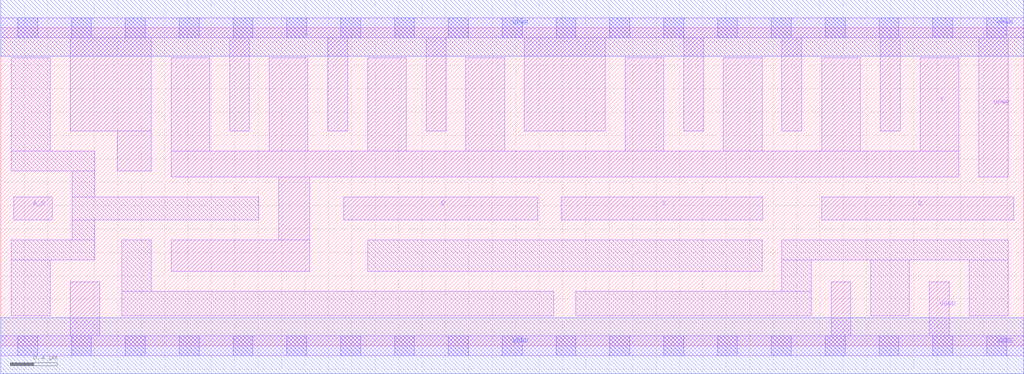
<source format=lef>
# Copyright 2020 The SkyWater PDK Authors
#
# Licensed under the Apache License, Version 2.0 (the "License");
# you may not use this file except in compliance with the License.
# You may obtain a copy of the License at
#
#     https://www.apache.org/licenses/LICENSE-2.0
#
# Unless required by applicable law or agreed to in writing, software
# distributed under the License is distributed on an "AS IS" BASIS,
# WITHOUT WARRANTIES OR CONDITIONS OF ANY KIND, either express or implied.
# See the License for the specific language governing permissions and
# limitations under the License.
#
# SPDX-License-Identifier: Apache-2.0

VERSION 5.7 ;
  NAMESCASESENSITIVE ON ;
  NOWIREEXTENSIONATPIN ON ;
  DIVIDERCHAR "/" ;
  BUSBITCHARS "[]" ;
UNITS
  DATABASE MICRONS 200 ;
END UNITS
MACRO sky130_fd_sc_hd__nand4b_4
  CLASS CORE ;
  SOURCE USER ;
  FOREIGN sky130_fd_sc_hd__nand4b_4 ;
  ORIGIN  0.000000  0.000000 ;
  SIZE  8.740000 BY  2.720000 ;
  SYMMETRY X Y R90 ;
  SITE unithd ;
  PIN A_N
    ANTENNAGATEAREA  0.247500 ;
    DIRECTION INPUT ;
    USE SIGNAL ;
    PORT
      LAYER li1 ;
        RECT 0.110000 1.075000 0.440000 1.275000 ;
    END
  END A_N
  PIN B
    ANTENNAGATEAREA  0.990000 ;
    DIRECTION INPUT ;
    USE SIGNAL ;
    PORT
      LAYER li1 ;
        RECT 2.930000 1.075000 4.590000 1.275000 ;
    END
  END B
  PIN C
    ANTENNAGATEAREA  0.990000 ;
    DIRECTION INPUT ;
    USE SIGNAL ;
    PORT
      LAYER li1 ;
        RECT 4.790000 1.075000 6.510000 1.275000 ;
    END
  END C
  PIN D
    ANTENNAGATEAREA  0.990000 ;
    DIRECTION INPUT ;
    USE SIGNAL ;
    PORT
      LAYER li1 ;
        RECT 7.015000 1.075000 8.655000 1.275000 ;
    END
  END D
  PIN Y
    ANTENNADIFFAREA  2.511000 ;
    DIRECTION OUTPUT ;
    USE SIGNAL ;
    PORT
      LAYER li1 ;
        RECT 1.455000 0.635000 2.640000 0.905000 ;
        RECT 1.455000 1.445000 8.185000 1.665000 ;
        RECT 1.455000 1.665000 1.785000 2.465000 ;
        RECT 2.295000 1.665000 2.625000 2.465000 ;
        RECT 2.375000 0.905000 2.640000 1.445000 ;
        RECT 3.135000 1.665000 3.465000 2.465000 ;
        RECT 3.975000 1.665000 4.305000 2.465000 ;
        RECT 5.335000 1.665000 5.665000 2.465000 ;
        RECT 6.175000 1.665000 6.505000 2.465000 ;
        RECT 7.015000 1.665000 7.345000 2.465000 ;
        RECT 7.855000 1.665000 8.185000 2.465000 ;
    END
  END Y
  PIN VGND
    DIRECTION INOUT ;
    SHAPE ABUTMENT ;
    USE GROUND ;
    PORT
      LAYER li1 ;
        RECT 0.000000 -0.085000 8.740000 0.085000 ;
        RECT 0.595000  0.085000 0.845000 0.545000 ;
        RECT 7.095000  0.085000 7.265000 0.545000 ;
        RECT 7.935000  0.085000 8.105000 0.545000 ;
      LAYER mcon ;
        RECT 0.145000 -0.085000 0.315000 0.085000 ;
        RECT 0.605000 -0.085000 0.775000 0.085000 ;
        RECT 1.065000 -0.085000 1.235000 0.085000 ;
        RECT 1.525000 -0.085000 1.695000 0.085000 ;
        RECT 1.985000 -0.085000 2.155000 0.085000 ;
        RECT 2.445000 -0.085000 2.615000 0.085000 ;
        RECT 2.905000 -0.085000 3.075000 0.085000 ;
        RECT 3.365000 -0.085000 3.535000 0.085000 ;
        RECT 3.825000 -0.085000 3.995000 0.085000 ;
        RECT 4.285000 -0.085000 4.455000 0.085000 ;
        RECT 4.745000 -0.085000 4.915000 0.085000 ;
        RECT 5.205000 -0.085000 5.375000 0.085000 ;
        RECT 5.665000 -0.085000 5.835000 0.085000 ;
        RECT 6.125000 -0.085000 6.295000 0.085000 ;
        RECT 6.585000 -0.085000 6.755000 0.085000 ;
        RECT 7.045000 -0.085000 7.215000 0.085000 ;
        RECT 7.505000 -0.085000 7.675000 0.085000 ;
        RECT 7.965000 -0.085000 8.135000 0.085000 ;
        RECT 8.425000 -0.085000 8.595000 0.085000 ;
      LAYER met1 ;
        RECT 0.000000 -0.240000 8.740000 0.240000 ;
    END
  END VGND
  PIN VPWR
    DIRECTION INOUT ;
    SHAPE ABUTMENT ;
    USE POWER ;
    PORT
      LAYER li1 ;
        RECT 0.000000 2.635000 8.740000 2.805000 ;
        RECT 0.595000 1.835000 1.285000 2.635000 ;
        RECT 0.995000 1.495000 1.285000 1.835000 ;
        RECT 1.955000 1.835000 2.125000 2.635000 ;
        RECT 2.795000 1.835000 2.965000 2.635000 ;
        RECT 3.635000 1.835000 3.805000 2.635000 ;
        RECT 4.475000 1.835000 5.165000 2.635000 ;
        RECT 5.835000 1.835000 6.005000 2.635000 ;
        RECT 6.675000 1.835000 6.845000 2.635000 ;
        RECT 7.515000 1.835000 7.685000 2.635000 ;
        RECT 8.355000 1.445000 8.610000 2.635000 ;
      LAYER mcon ;
        RECT 0.145000 2.635000 0.315000 2.805000 ;
        RECT 0.605000 2.635000 0.775000 2.805000 ;
        RECT 1.065000 2.635000 1.235000 2.805000 ;
        RECT 1.525000 2.635000 1.695000 2.805000 ;
        RECT 1.985000 2.635000 2.155000 2.805000 ;
        RECT 2.445000 2.635000 2.615000 2.805000 ;
        RECT 2.905000 2.635000 3.075000 2.805000 ;
        RECT 3.365000 2.635000 3.535000 2.805000 ;
        RECT 3.825000 2.635000 3.995000 2.805000 ;
        RECT 4.285000 2.635000 4.455000 2.805000 ;
        RECT 4.745000 2.635000 4.915000 2.805000 ;
        RECT 5.205000 2.635000 5.375000 2.805000 ;
        RECT 5.665000 2.635000 5.835000 2.805000 ;
        RECT 6.125000 2.635000 6.295000 2.805000 ;
        RECT 6.585000 2.635000 6.755000 2.805000 ;
        RECT 7.045000 2.635000 7.215000 2.805000 ;
        RECT 7.505000 2.635000 7.675000 2.805000 ;
        RECT 7.965000 2.635000 8.135000 2.805000 ;
        RECT 8.425000 2.635000 8.595000 2.805000 ;
      LAYER met1 ;
        RECT 0.000000 2.480000 8.740000 2.960000 ;
    END
  END VPWR
  OBS
    LAYER li1 ;
      RECT 0.090000 0.255000 0.425000 0.735000 ;
      RECT 0.090000 0.735000 0.805000 0.905000 ;
      RECT 0.090000 1.495000 0.805000 1.665000 ;
      RECT 0.090000 1.665000 0.425000 2.465000 ;
      RECT 0.610000 0.905000 0.805000 1.075000 ;
      RECT 0.610000 1.075000 2.205000 1.275000 ;
      RECT 0.610000 1.275000 0.805000 1.495000 ;
      RECT 1.035000 0.255000 4.725000 0.465000 ;
      RECT 1.035000 0.465000 1.285000 0.905000 ;
      RECT 3.135000 0.635000 6.505000 0.905000 ;
      RECT 4.915000 0.255000 6.925000 0.465000 ;
      RECT 6.675000 0.465000 6.925000 0.735000 ;
      RECT 6.675000 0.735000 8.610000 0.905000 ;
      RECT 7.435000 0.255000 7.765000 0.735000 ;
      RECT 8.275000 0.255000 8.610000 0.735000 ;
  END
END sky130_fd_sc_hd__nand4b_4
END LIBRARY

</source>
